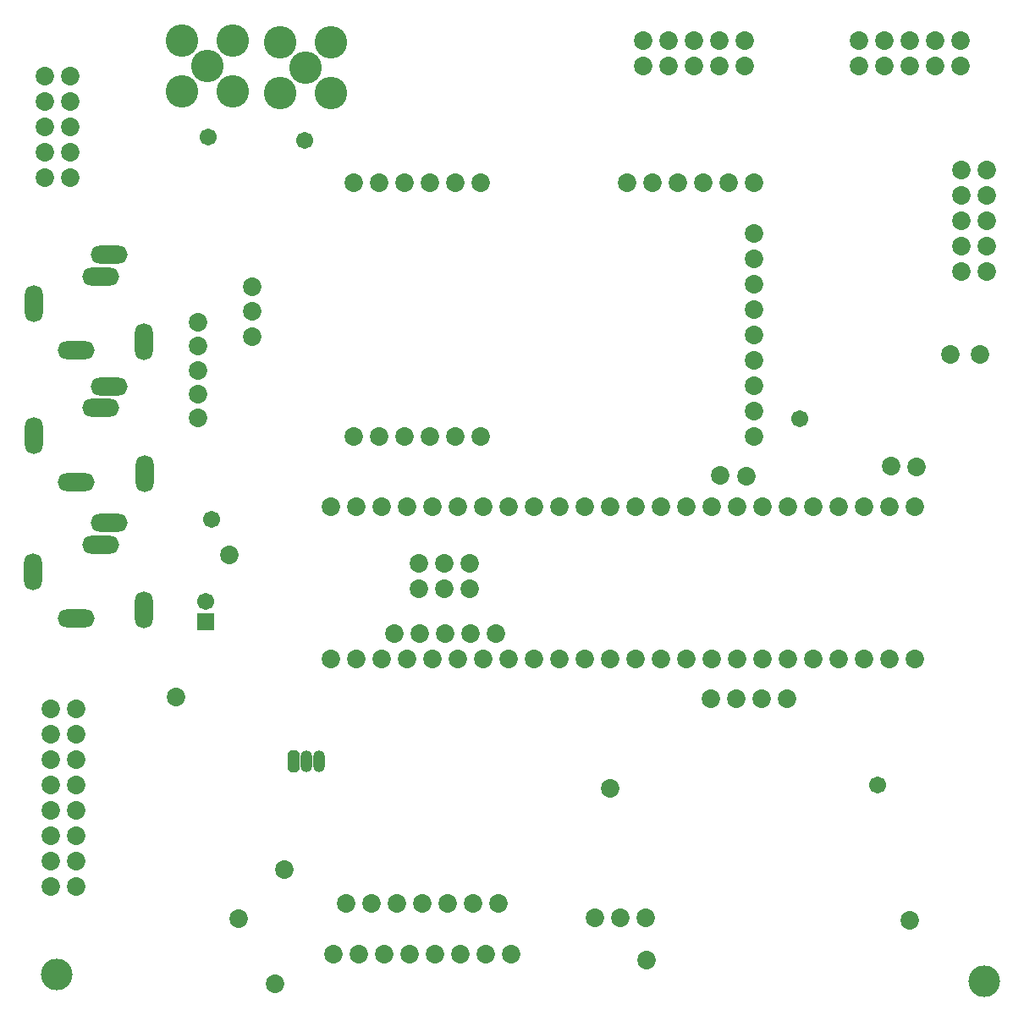
<source format=gbr>
G04 DipTrace 3.3.1.1*
G04 BottomMask.gbr*
%MOIN*%
G04 #@! TF.FileFunction,Soldermask,Bot*
G04 #@! TF.Part,Single*
%AMOUTLINE1*
4,1,8,
-0.023701,-0.031191,
-0.011506,-0.043386,
0.011506,-0.043386,
0.023701,-0.031191,
0.023701,0.031191,
0.011506,0.043386,
-0.011506,0.043386,
-0.023701,0.031191,
-0.023701,-0.031191,
0*%
%ADD49C,0.125*%
%ADD55O,0.047402X0.086772*%
%ADD57C,0.067087*%
%ADD59R,0.067087X0.067087*%
%ADD69C,0.067087*%
%ADD71C,0.128031*%
%ADD73C,0.073031*%
%ADD75O,0.145827X0.071024*%
%ADD77O,0.071024X0.145827*%
%ADD97OUTLINE1*%
%FSLAX26Y26*%
G04*
G70*
G90*
G75*
G01*
G04 BotMask*
%LPD*%
D49*
X4205203Y518499D3*
X555026Y543555D3*
D77*
X462579Y3186934D3*
D75*
X760055Y3381079D3*
X727572Y3295025D3*
X630198Y3002357D3*
D77*
X898213Y3037247D3*
X463295Y2667551D3*
D75*
X760772Y2861696D3*
X728289Y2775642D3*
X630915Y2482974D3*
D77*
X898929Y2517864D3*
D73*
X3332782Y2385976D3*
X3913912Y4122690D3*
X1632782Y2385976D3*
X1732782D3*
X2876551Y599736D3*
X3713913Y4222690D3*
X1832782Y2385976D3*
X3713913Y4122690D3*
X1932782Y2385976D3*
X2178598Y2063018D3*
D71*
X1634213Y4216587D3*
D73*
X3913912Y4222690D3*
X2178598Y2163018D3*
X2863913Y4222690D3*
X2078598Y2063018D3*
Y2163018D3*
X3167522Y2508673D3*
X2863913Y4122690D3*
X1978598Y2063018D3*
Y2163018D3*
X3271798Y2507542D3*
X2032782Y2385976D3*
X2963912Y4222690D3*
X2132782Y2385976D3*
X2733509Y1276437D3*
X2232782Y2385976D3*
X1412671Y506063D3*
X2332782Y2385976D3*
X1270510Y764469D3*
X2432782Y2385976D3*
X1449945Y956654D3*
X2532782Y2385976D3*
X1024552Y1636886D3*
X3063912Y4122690D3*
X2632782Y2385976D3*
X3263912Y4122690D3*
X2732782Y2385976D3*
X3163913Y4222690D3*
X2832782Y2385976D3*
X2963912Y4122690D3*
X2932782Y2385976D3*
X3063912Y4222690D3*
X3032782Y2385976D3*
X3163913Y4122690D3*
X3132782Y2385976D3*
X3263912Y4222690D3*
X3232782Y2385976D3*
X3432782D3*
X3299058Y3464675D3*
X3532782Y2385976D3*
X3299058Y3364675D3*
X3632782Y2385976D3*
X3299058Y3264675D3*
X3732782Y2385976D3*
X3299058Y3164675D3*
X3832782Y2385976D3*
X3299058Y3064675D3*
X3932782Y2385976D3*
X3299058Y2964675D3*
X1632782Y1785976D3*
X3299058Y2864675D3*
X1732782Y1785976D3*
X3299058Y2764675D3*
X1832782Y1785976D3*
X2799058Y3664675D3*
X1932782Y1785976D3*
X2899058Y3664675D3*
X2032782Y1785976D3*
X2999058Y3664675D3*
X2132782Y1785976D3*
X3099058Y3664675D3*
X2232782Y1785976D3*
X3199058Y3664675D3*
X2332782Y1785976D3*
X3299058Y3664675D3*
X2432782Y1785976D3*
X2224307Y3663585D3*
X2532782Y1785976D3*
X1724307Y3663585D3*
X2632782Y1785976D3*
X1824307Y3663585D3*
X2732782Y1785976D3*
X1924307Y3663585D3*
X2832782Y1785976D3*
D71*
X1634213Y4016587D3*
D73*
X2932782Y1785976D3*
X2024307Y3663585D3*
X3032782Y1785976D3*
X2124307Y3663585D3*
X3132782Y1785976D3*
X2224307Y2663585D3*
X3232782Y1785976D3*
X1724307Y2663585D3*
X3332782Y1785976D3*
X1824307Y2663585D3*
X3432782Y1785976D3*
X1924307Y2663585D3*
X3813912Y4222690D3*
X3532782Y1785976D3*
X3632782D3*
X2024307Y2663585D3*
X4113912Y4122690D3*
X3732782Y1785976D3*
X4013913Y4222690D3*
X3832782Y1785976D3*
X3932782D3*
X2124307Y2663585D3*
X3230026Y1631055D3*
D71*
X1434213Y4016587D3*
D73*
X3330026Y1631055D3*
X3430026D3*
X1882782Y1885976D3*
X1324476Y3057188D3*
X2282782Y1885976D3*
X1324478Y3155312D3*
X1982782Y1885976D3*
D71*
X1434213Y4216587D3*
D73*
X2082782Y1885976D3*
D71*
X1534213Y4116587D3*
X1247908Y4223033D3*
D73*
X2182782Y1885976D3*
D71*
X1247908Y4023033D3*
X1047908D3*
D73*
X4216198Y3712331D3*
Y3612331D3*
Y3512331D3*
Y3412331D3*
Y3312331D3*
X3813912Y4122690D3*
X3299058Y2664675D3*
X4013913Y4122690D3*
X4113912Y4222690D3*
X4116198Y3712331D3*
Y3612331D3*
Y3412331D3*
Y3512331D3*
Y3312331D3*
X1322287Y3254297D3*
X4190038Y2988339D3*
X4071928D3*
D71*
X1047908Y4223033D3*
X1147908Y4123033D3*
D73*
X1111602Y2924975D3*
Y3113205D3*
Y3019091D3*
X3130026Y1631055D3*
X508434Y3683163D3*
X608434D3*
X3839560Y2546248D3*
X3940207Y2543017D3*
X529993Y1491390D3*
Y1391390D3*
X508434Y3783161D3*
X529993Y1291390D3*
X608434Y3883161D3*
X529993Y1191390D3*
X608434Y4083161D3*
X529993Y1091390D3*
X508434Y3983163D3*
X529993Y991390D3*
Y891390D3*
X1111602Y2830861D3*
X629993Y891390D3*
X608434Y3783161D3*
X629993Y991390D3*
X508434Y3883161D3*
X629993Y1091390D3*
X608434Y3983163D3*
X629993Y1191390D3*
X508434Y4083161D3*
X629993Y1291390D3*
X1232783Y2198184D3*
X629993Y1391390D3*
X1111602Y2736745D3*
X629993Y1491390D3*
Y1591390D3*
X529993D3*
D69*
X1149597Y3844336D3*
X1529430Y3831537D3*
X3481665Y2732430D3*
D73*
X3914346Y758276D3*
X2674337Y768232D3*
X2774337D3*
X2874337D3*
D77*
X461720Y2130322D3*
D75*
X759197Y2324466D3*
X726714Y2238412D3*
X629340Y1945744D3*
D77*
X897354Y1980634D3*
D73*
X1642591Y623143D3*
X1692591Y823143D3*
X1742591Y623143D3*
X1792591Y823143D3*
X1842591Y623143D3*
X1892591Y823143D3*
X1942591Y623143D3*
X1992591Y823143D3*
X2042591Y623143D3*
X2092591Y823143D3*
X2142591Y623143D3*
X2192591Y823143D3*
X2242591Y623143D3*
X2292591Y823143D3*
X2342591Y623143D3*
D69*
X1161907Y2337325D3*
D59*
X1138903Y1933307D3*
D57*
Y2012047D3*
D97*
X1487558Y1382909D3*
D55*
X1537558D3*
X1587558D3*
D69*
X3787158Y1289332D3*
M02*

</source>
